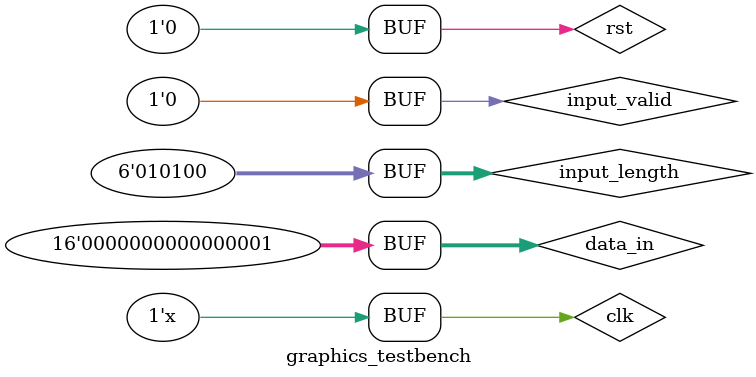
<source format=sv>
module graphics_testbench;
  logic rst;
  logic clk;
  logic input_valid;
  logic [5:0]input_length;
  logic [15:0]data_in;
  logic compute_done;
  logic input_done;
  logic[1:0] state;
  logic[1:0] nextstate;
  logic [15:0]v1;
  logic [15:0]v2;
  logic [15:0]v3;
  logic [15:0]v4;
  
  //logic [15:0]data_out[3:0];
  assign data_in=1;
  assign input_length=20;
  initial begin
     rst=0;
	 clk=0;
	 input_valid=0;
	 #5 rst=1; 
	 #10 rst=0;
	 #15 input_valid=1;
	 #15 input_valid=0;
  end
  always #5 clk=~clk;
  graphics_accelerator inst1(
  .clk(clk),
  .rst(rst),
  .input_valid(input_valid),
  .data_in(data_in),
  .compute_done(compute_done),
 .state(state),
 .nextstate(nextstate),
 .input_done(input_done),
 .v1(v1),
 .v2(v2),
 .v3(v3),
 .v4(v4)
  );
endmodule
</source>
